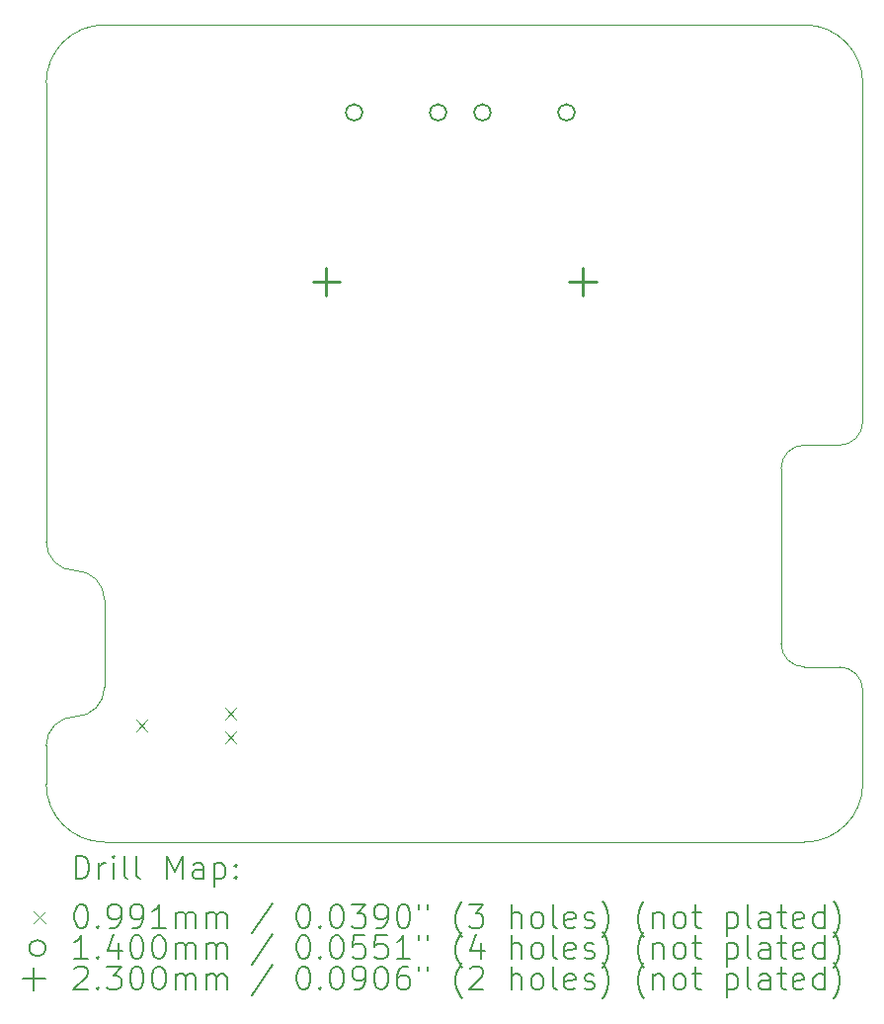
<source format=gbr>
%TF.GenerationSoftware,KiCad,Pcbnew,(6.0.10)*%
%TF.CreationDate,2023-01-06T19:14:35-08:00*%
%TF.ProjectId,ai-camera,61692d63-616d-4657-9261-2e6b69636164,rev?*%
%TF.SameCoordinates,PX5f5e100PY2faf080*%
%TF.FileFunction,Drillmap*%
%TF.FilePolarity,Positive*%
%FSLAX45Y45*%
G04 Gerber Fmt 4.5, Leading zero omitted, Abs format (unit mm)*
G04 Created by KiCad (PCBNEW (6.0.10)) date 2023-01-06 19:14:35*
%MOMM*%
%LPD*%
G01*
G04 APERTURE LIST*
%ADD10C,0.100000*%
%ADD11C,0.200000*%
%ADD12C,0.099060*%
%ADD13C,0.140000*%
%ADD14C,0.230000*%
G04 APERTURE END LIST*
D10*
X6500000Y0D02*
G75*
G03*
X6000000Y500000I-500000J0D01*
G01*
X-500000Y-3925000D02*
G75*
G03*
X-250000Y-4175000I250000J0D01*
G01*
X6500000Y-5200000D02*
X6500000Y-6000000D01*
X0Y500000D02*
X6000000Y500000D01*
X5800000Y-4800000D02*
G75*
G03*
X6000000Y-5000000I200000J0D01*
G01*
X-250000Y-5425000D02*
G75*
G03*
X-500000Y-5675000I0J-250000D01*
G01*
X6300000Y-3100000D02*
X6000000Y-3100000D01*
X0Y500000D02*
G75*
G03*
X-500000Y0I0J-500000D01*
G01*
X6500000Y-5200000D02*
G75*
G03*
X6300000Y-5000000I-200000J0D01*
G01*
X-500000Y-3925000D02*
X-500000Y0D01*
X0Y-4425000D02*
G75*
G03*
X-250000Y-4175000I-250000J0D01*
G01*
X6000000Y-3100000D02*
G75*
G03*
X5800000Y-3300000I0J-200000D01*
G01*
X6000000Y-5000000D02*
X6300000Y-5000000D01*
X6000000Y-6500000D02*
G75*
G03*
X6500000Y-6000000I0J500000D01*
G01*
X0Y-5175000D02*
X0Y-4425000D01*
X-500000Y-5675000D02*
X-500000Y-6000000D01*
X6500000Y0D02*
X6500000Y-2900000D01*
X-500000Y-6000000D02*
G75*
G03*
X0Y-6500000I500000J0D01*
G01*
X6000000Y-6500000D02*
X0Y-6500000D01*
X-250000Y-5425000D02*
G75*
G03*
X0Y-5175000I0J250000D01*
G01*
X6300000Y-3100000D02*
G75*
G03*
X6500000Y-2900000I0J200000D01*
G01*
X5800000Y-3300000D02*
X5800000Y-4800000D01*
D11*
D12*
X269470Y-5450470D02*
X368530Y-5549530D01*
X368530Y-5450470D02*
X269470Y-5549530D01*
X1031470Y-5348870D02*
X1130530Y-5447930D01*
X1130530Y-5348870D02*
X1031470Y-5447930D01*
X1031470Y-5552070D02*
X1130530Y-5651130D01*
X1130530Y-5552070D02*
X1031470Y-5651130D01*
D13*
X2210000Y-250000D02*
G75*
G03*
X2210000Y-250000I-70000J0D01*
G01*
X2930000Y-250000D02*
G75*
G03*
X2930000Y-250000I-70000J0D01*
G01*
X3310000Y-250000D02*
G75*
G03*
X3310000Y-250000I-70000J0D01*
G01*
X4030000Y-250000D02*
G75*
G03*
X4030000Y-250000I-70000J0D01*
G01*
D14*
X1900000Y-1585000D02*
X1900000Y-1815000D01*
X1785000Y-1700000D02*
X2015000Y-1700000D01*
X4100000Y-1585000D02*
X4100000Y-1815000D01*
X3985000Y-1700000D02*
X4215000Y-1700000D01*
D11*
X-247381Y-6815476D02*
X-247381Y-6615476D01*
X-199762Y-6615476D01*
X-171191Y-6625000D01*
X-152143Y-6644048D01*
X-142619Y-6663095D01*
X-133095Y-6701190D01*
X-133095Y-6729762D01*
X-142619Y-6767857D01*
X-152143Y-6786905D01*
X-171191Y-6805952D01*
X-199762Y-6815476D01*
X-247381Y-6815476D01*
X-47381Y-6815476D02*
X-47381Y-6682143D01*
X-47381Y-6720238D02*
X-37857Y-6701190D01*
X-28333Y-6691667D01*
X-9286Y-6682143D01*
X9762Y-6682143D01*
X76429Y-6815476D02*
X76429Y-6682143D01*
X76429Y-6615476D02*
X66905Y-6625000D01*
X76429Y-6634524D01*
X85952Y-6625000D01*
X76429Y-6615476D01*
X76429Y-6634524D01*
X200238Y-6815476D02*
X181190Y-6805952D01*
X171667Y-6786905D01*
X171667Y-6615476D01*
X305000Y-6815476D02*
X285952Y-6805952D01*
X276429Y-6786905D01*
X276429Y-6615476D01*
X533571Y-6815476D02*
X533571Y-6615476D01*
X600238Y-6758333D01*
X666905Y-6615476D01*
X666905Y-6815476D01*
X847857Y-6815476D02*
X847857Y-6710714D01*
X838333Y-6691667D01*
X819286Y-6682143D01*
X781190Y-6682143D01*
X762143Y-6691667D01*
X847857Y-6805952D02*
X828809Y-6815476D01*
X781190Y-6815476D01*
X762143Y-6805952D01*
X752619Y-6786905D01*
X752619Y-6767857D01*
X762143Y-6748809D01*
X781190Y-6739286D01*
X828809Y-6739286D01*
X847857Y-6729762D01*
X943095Y-6682143D02*
X943095Y-6882143D01*
X943095Y-6691667D02*
X962143Y-6682143D01*
X1000238Y-6682143D01*
X1019286Y-6691667D01*
X1028809Y-6701190D01*
X1038333Y-6720238D01*
X1038333Y-6777381D01*
X1028809Y-6796428D01*
X1019286Y-6805952D01*
X1000238Y-6815476D01*
X962143Y-6815476D01*
X943095Y-6805952D01*
X1124048Y-6796428D02*
X1133571Y-6805952D01*
X1124048Y-6815476D01*
X1114524Y-6805952D01*
X1124048Y-6796428D01*
X1124048Y-6815476D01*
X1124048Y-6691667D02*
X1133571Y-6701190D01*
X1124048Y-6710714D01*
X1114524Y-6701190D01*
X1124048Y-6691667D01*
X1124048Y-6710714D01*
D12*
X-604060Y-7095470D02*
X-505000Y-7194530D01*
X-505000Y-7095470D02*
X-604060Y-7194530D01*
D11*
X-209286Y-7035476D02*
X-190238Y-7035476D01*
X-171191Y-7045000D01*
X-161667Y-7054524D01*
X-152143Y-7073571D01*
X-142619Y-7111667D01*
X-142619Y-7159286D01*
X-152143Y-7197381D01*
X-161667Y-7216428D01*
X-171191Y-7225952D01*
X-190238Y-7235476D01*
X-209286Y-7235476D01*
X-228333Y-7225952D01*
X-237857Y-7216428D01*
X-247381Y-7197381D01*
X-256905Y-7159286D01*
X-256905Y-7111667D01*
X-247381Y-7073571D01*
X-237857Y-7054524D01*
X-228333Y-7045000D01*
X-209286Y-7035476D01*
X-56905Y-7216428D02*
X-47381Y-7225952D01*
X-56905Y-7235476D01*
X-66429Y-7225952D01*
X-56905Y-7216428D01*
X-56905Y-7235476D01*
X47857Y-7235476D02*
X85952Y-7235476D01*
X105000Y-7225952D01*
X114524Y-7216428D01*
X133571Y-7187857D01*
X143095Y-7149762D01*
X143095Y-7073571D01*
X133571Y-7054524D01*
X124048Y-7045000D01*
X105000Y-7035476D01*
X66905Y-7035476D01*
X47857Y-7045000D01*
X38333Y-7054524D01*
X28809Y-7073571D01*
X28809Y-7121190D01*
X38333Y-7140238D01*
X47857Y-7149762D01*
X66905Y-7159286D01*
X105000Y-7159286D01*
X124048Y-7149762D01*
X133571Y-7140238D01*
X143095Y-7121190D01*
X238333Y-7235476D02*
X276429Y-7235476D01*
X295476Y-7225952D01*
X305000Y-7216428D01*
X324048Y-7187857D01*
X333571Y-7149762D01*
X333571Y-7073571D01*
X324048Y-7054524D01*
X314524Y-7045000D01*
X295476Y-7035476D01*
X257381Y-7035476D01*
X238333Y-7045000D01*
X228809Y-7054524D01*
X219286Y-7073571D01*
X219286Y-7121190D01*
X228809Y-7140238D01*
X238333Y-7149762D01*
X257381Y-7159286D01*
X295476Y-7159286D01*
X314524Y-7149762D01*
X324048Y-7140238D01*
X333571Y-7121190D01*
X524048Y-7235476D02*
X409762Y-7235476D01*
X466905Y-7235476D02*
X466905Y-7035476D01*
X447857Y-7064048D01*
X428809Y-7083095D01*
X409762Y-7092619D01*
X609762Y-7235476D02*
X609762Y-7102143D01*
X609762Y-7121190D02*
X619286Y-7111667D01*
X638333Y-7102143D01*
X666905Y-7102143D01*
X685952Y-7111667D01*
X695476Y-7130714D01*
X695476Y-7235476D01*
X695476Y-7130714D02*
X705000Y-7111667D01*
X724048Y-7102143D01*
X752619Y-7102143D01*
X771667Y-7111667D01*
X781190Y-7130714D01*
X781190Y-7235476D01*
X876428Y-7235476D02*
X876428Y-7102143D01*
X876428Y-7121190D02*
X885952Y-7111667D01*
X905000Y-7102143D01*
X933571Y-7102143D01*
X952619Y-7111667D01*
X962143Y-7130714D01*
X962143Y-7235476D01*
X962143Y-7130714D02*
X971667Y-7111667D01*
X990714Y-7102143D01*
X1019286Y-7102143D01*
X1038333Y-7111667D01*
X1047857Y-7130714D01*
X1047857Y-7235476D01*
X1438333Y-7025952D02*
X1266905Y-7283095D01*
X1695476Y-7035476D02*
X1714524Y-7035476D01*
X1733571Y-7045000D01*
X1743095Y-7054524D01*
X1752619Y-7073571D01*
X1762143Y-7111667D01*
X1762143Y-7159286D01*
X1752619Y-7197381D01*
X1743095Y-7216428D01*
X1733571Y-7225952D01*
X1714524Y-7235476D01*
X1695476Y-7235476D01*
X1676428Y-7225952D01*
X1666905Y-7216428D01*
X1657381Y-7197381D01*
X1647857Y-7159286D01*
X1647857Y-7111667D01*
X1657381Y-7073571D01*
X1666905Y-7054524D01*
X1676428Y-7045000D01*
X1695476Y-7035476D01*
X1847857Y-7216428D02*
X1857381Y-7225952D01*
X1847857Y-7235476D01*
X1838333Y-7225952D01*
X1847857Y-7216428D01*
X1847857Y-7235476D01*
X1981190Y-7035476D02*
X2000238Y-7035476D01*
X2019286Y-7045000D01*
X2028809Y-7054524D01*
X2038333Y-7073571D01*
X2047857Y-7111667D01*
X2047857Y-7159286D01*
X2038333Y-7197381D01*
X2028809Y-7216428D01*
X2019286Y-7225952D01*
X2000238Y-7235476D01*
X1981190Y-7235476D01*
X1962143Y-7225952D01*
X1952619Y-7216428D01*
X1943095Y-7197381D01*
X1933571Y-7159286D01*
X1933571Y-7111667D01*
X1943095Y-7073571D01*
X1952619Y-7054524D01*
X1962143Y-7045000D01*
X1981190Y-7035476D01*
X2114524Y-7035476D02*
X2238333Y-7035476D01*
X2171667Y-7111667D01*
X2200238Y-7111667D01*
X2219286Y-7121190D01*
X2228810Y-7130714D01*
X2238333Y-7149762D01*
X2238333Y-7197381D01*
X2228810Y-7216428D01*
X2219286Y-7225952D01*
X2200238Y-7235476D01*
X2143095Y-7235476D01*
X2124048Y-7225952D01*
X2114524Y-7216428D01*
X2333571Y-7235476D02*
X2371667Y-7235476D01*
X2390714Y-7225952D01*
X2400238Y-7216428D01*
X2419286Y-7187857D01*
X2428810Y-7149762D01*
X2428810Y-7073571D01*
X2419286Y-7054524D01*
X2409762Y-7045000D01*
X2390714Y-7035476D01*
X2352619Y-7035476D01*
X2333571Y-7045000D01*
X2324048Y-7054524D01*
X2314524Y-7073571D01*
X2314524Y-7121190D01*
X2324048Y-7140238D01*
X2333571Y-7149762D01*
X2352619Y-7159286D01*
X2390714Y-7159286D01*
X2409762Y-7149762D01*
X2419286Y-7140238D01*
X2428810Y-7121190D01*
X2552619Y-7035476D02*
X2571667Y-7035476D01*
X2590714Y-7045000D01*
X2600238Y-7054524D01*
X2609762Y-7073571D01*
X2619286Y-7111667D01*
X2619286Y-7159286D01*
X2609762Y-7197381D01*
X2600238Y-7216428D01*
X2590714Y-7225952D01*
X2571667Y-7235476D01*
X2552619Y-7235476D01*
X2533571Y-7225952D01*
X2524048Y-7216428D01*
X2514524Y-7197381D01*
X2505000Y-7159286D01*
X2505000Y-7111667D01*
X2514524Y-7073571D01*
X2524048Y-7054524D01*
X2533571Y-7045000D01*
X2552619Y-7035476D01*
X2695476Y-7035476D02*
X2695476Y-7073571D01*
X2771667Y-7035476D02*
X2771667Y-7073571D01*
X3066905Y-7311667D02*
X3057381Y-7302143D01*
X3038333Y-7273571D01*
X3028809Y-7254524D01*
X3019286Y-7225952D01*
X3009762Y-7178333D01*
X3009762Y-7140238D01*
X3019286Y-7092619D01*
X3028809Y-7064048D01*
X3038333Y-7045000D01*
X3057381Y-7016428D01*
X3066905Y-7006905D01*
X3124048Y-7035476D02*
X3247857Y-7035476D01*
X3181190Y-7111667D01*
X3209762Y-7111667D01*
X3228809Y-7121190D01*
X3238333Y-7130714D01*
X3247857Y-7149762D01*
X3247857Y-7197381D01*
X3238333Y-7216428D01*
X3228809Y-7225952D01*
X3209762Y-7235476D01*
X3152619Y-7235476D01*
X3133571Y-7225952D01*
X3124048Y-7216428D01*
X3485952Y-7235476D02*
X3485952Y-7035476D01*
X3571667Y-7235476D02*
X3571667Y-7130714D01*
X3562143Y-7111667D01*
X3543095Y-7102143D01*
X3514524Y-7102143D01*
X3495476Y-7111667D01*
X3485952Y-7121190D01*
X3695476Y-7235476D02*
X3676428Y-7225952D01*
X3666905Y-7216428D01*
X3657381Y-7197381D01*
X3657381Y-7140238D01*
X3666905Y-7121190D01*
X3676428Y-7111667D01*
X3695476Y-7102143D01*
X3724048Y-7102143D01*
X3743095Y-7111667D01*
X3752619Y-7121190D01*
X3762143Y-7140238D01*
X3762143Y-7197381D01*
X3752619Y-7216428D01*
X3743095Y-7225952D01*
X3724048Y-7235476D01*
X3695476Y-7235476D01*
X3876428Y-7235476D02*
X3857381Y-7225952D01*
X3847857Y-7206905D01*
X3847857Y-7035476D01*
X4028809Y-7225952D02*
X4009762Y-7235476D01*
X3971667Y-7235476D01*
X3952619Y-7225952D01*
X3943095Y-7206905D01*
X3943095Y-7130714D01*
X3952619Y-7111667D01*
X3971667Y-7102143D01*
X4009762Y-7102143D01*
X4028809Y-7111667D01*
X4038333Y-7130714D01*
X4038333Y-7149762D01*
X3943095Y-7168809D01*
X4114524Y-7225952D02*
X4133571Y-7235476D01*
X4171667Y-7235476D01*
X4190714Y-7225952D01*
X4200238Y-7206905D01*
X4200238Y-7197381D01*
X4190714Y-7178333D01*
X4171667Y-7168809D01*
X4143095Y-7168809D01*
X4124048Y-7159286D01*
X4114524Y-7140238D01*
X4114524Y-7130714D01*
X4124048Y-7111667D01*
X4143095Y-7102143D01*
X4171667Y-7102143D01*
X4190714Y-7111667D01*
X4266905Y-7311667D02*
X4276429Y-7302143D01*
X4295476Y-7273571D01*
X4305000Y-7254524D01*
X4314524Y-7225952D01*
X4324048Y-7178333D01*
X4324048Y-7140238D01*
X4314524Y-7092619D01*
X4305000Y-7064048D01*
X4295476Y-7045000D01*
X4276429Y-7016428D01*
X4266905Y-7006905D01*
X4628810Y-7311667D02*
X4619286Y-7302143D01*
X4600238Y-7273571D01*
X4590714Y-7254524D01*
X4581190Y-7225952D01*
X4571667Y-7178333D01*
X4571667Y-7140238D01*
X4581190Y-7092619D01*
X4590714Y-7064048D01*
X4600238Y-7045000D01*
X4619286Y-7016428D01*
X4628810Y-7006905D01*
X4705000Y-7102143D02*
X4705000Y-7235476D01*
X4705000Y-7121190D02*
X4714524Y-7111667D01*
X4733571Y-7102143D01*
X4762143Y-7102143D01*
X4781190Y-7111667D01*
X4790714Y-7130714D01*
X4790714Y-7235476D01*
X4914524Y-7235476D02*
X4895476Y-7225952D01*
X4885952Y-7216428D01*
X4876429Y-7197381D01*
X4876429Y-7140238D01*
X4885952Y-7121190D01*
X4895476Y-7111667D01*
X4914524Y-7102143D01*
X4943095Y-7102143D01*
X4962143Y-7111667D01*
X4971667Y-7121190D01*
X4981190Y-7140238D01*
X4981190Y-7197381D01*
X4971667Y-7216428D01*
X4962143Y-7225952D01*
X4943095Y-7235476D01*
X4914524Y-7235476D01*
X5038333Y-7102143D02*
X5114524Y-7102143D01*
X5066905Y-7035476D02*
X5066905Y-7206905D01*
X5076429Y-7225952D01*
X5095476Y-7235476D01*
X5114524Y-7235476D01*
X5333571Y-7102143D02*
X5333571Y-7302143D01*
X5333571Y-7111667D02*
X5352619Y-7102143D01*
X5390714Y-7102143D01*
X5409762Y-7111667D01*
X5419286Y-7121190D01*
X5428810Y-7140238D01*
X5428810Y-7197381D01*
X5419286Y-7216428D01*
X5409762Y-7225952D01*
X5390714Y-7235476D01*
X5352619Y-7235476D01*
X5333571Y-7225952D01*
X5543095Y-7235476D02*
X5524048Y-7225952D01*
X5514524Y-7206905D01*
X5514524Y-7035476D01*
X5705000Y-7235476D02*
X5705000Y-7130714D01*
X5695476Y-7111667D01*
X5676428Y-7102143D01*
X5638333Y-7102143D01*
X5619286Y-7111667D01*
X5705000Y-7225952D02*
X5685952Y-7235476D01*
X5638333Y-7235476D01*
X5619286Y-7225952D01*
X5609762Y-7206905D01*
X5609762Y-7187857D01*
X5619286Y-7168809D01*
X5638333Y-7159286D01*
X5685952Y-7159286D01*
X5705000Y-7149762D01*
X5771667Y-7102143D02*
X5847857Y-7102143D01*
X5800238Y-7035476D02*
X5800238Y-7206905D01*
X5809762Y-7225952D01*
X5828809Y-7235476D01*
X5847857Y-7235476D01*
X5990714Y-7225952D02*
X5971667Y-7235476D01*
X5933571Y-7235476D01*
X5914524Y-7225952D01*
X5905000Y-7206905D01*
X5905000Y-7130714D01*
X5914524Y-7111667D01*
X5933571Y-7102143D01*
X5971667Y-7102143D01*
X5990714Y-7111667D01*
X6000238Y-7130714D01*
X6000238Y-7149762D01*
X5905000Y-7168809D01*
X6171667Y-7235476D02*
X6171667Y-7035476D01*
X6171667Y-7225952D02*
X6152619Y-7235476D01*
X6114524Y-7235476D01*
X6095476Y-7225952D01*
X6085952Y-7216428D01*
X6076428Y-7197381D01*
X6076428Y-7140238D01*
X6085952Y-7121190D01*
X6095476Y-7111667D01*
X6114524Y-7102143D01*
X6152619Y-7102143D01*
X6171667Y-7111667D01*
X6247857Y-7311667D02*
X6257381Y-7302143D01*
X6276428Y-7273571D01*
X6285952Y-7254524D01*
X6295476Y-7225952D01*
X6305000Y-7178333D01*
X6305000Y-7140238D01*
X6295476Y-7092619D01*
X6285952Y-7064048D01*
X6276428Y-7045000D01*
X6257381Y-7016428D01*
X6247857Y-7006905D01*
D13*
X-505000Y-7409000D02*
G75*
G03*
X-505000Y-7409000I-70000J0D01*
G01*
D11*
X-142619Y-7499476D02*
X-256905Y-7499476D01*
X-199762Y-7499476D02*
X-199762Y-7299476D01*
X-218810Y-7328048D01*
X-237857Y-7347095D01*
X-256905Y-7356619D01*
X-56905Y-7480428D02*
X-47381Y-7489952D01*
X-56905Y-7499476D01*
X-66429Y-7489952D01*
X-56905Y-7480428D01*
X-56905Y-7499476D01*
X124048Y-7366143D02*
X124048Y-7499476D01*
X76429Y-7289952D02*
X28809Y-7432809D01*
X152619Y-7432809D01*
X266905Y-7299476D02*
X285952Y-7299476D01*
X305000Y-7309000D01*
X314524Y-7318524D01*
X324048Y-7337571D01*
X333571Y-7375667D01*
X333571Y-7423286D01*
X324048Y-7461381D01*
X314524Y-7480428D01*
X305000Y-7489952D01*
X285952Y-7499476D01*
X266905Y-7499476D01*
X247857Y-7489952D01*
X238333Y-7480428D01*
X228809Y-7461381D01*
X219286Y-7423286D01*
X219286Y-7375667D01*
X228809Y-7337571D01*
X238333Y-7318524D01*
X247857Y-7309000D01*
X266905Y-7299476D01*
X457381Y-7299476D02*
X476428Y-7299476D01*
X495476Y-7309000D01*
X505000Y-7318524D01*
X514524Y-7337571D01*
X524048Y-7375667D01*
X524048Y-7423286D01*
X514524Y-7461381D01*
X505000Y-7480428D01*
X495476Y-7489952D01*
X476428Y-7499476D01*
X457381Y-7499476D01*
X438333Y-7489952D01*
X428809Y-7480428D01*
X419286Y-7461381D01*
X409762Y-7423286D01*
X409762Y-7375667D01*
X419286Y-7337571D01*
X428809Y-7318524D01*
X438333Y-7309000D01*
X457381Y-7299476D01*
X609762Y-7499476D02*
X609762Y-7366143D01*
X609762Y-7385190D02*
X619286Y-7375667D01*
X638333Y-7366143D01*
X666905Y-7366143D01*
X685952Y-7375667D01*
X695476Y-7394714D01*
X695476Y-7499476D01*
X695476Y-7394714D02*
X705000Y-7375667D01*
X724048Y-7366143D01*
X752619Y-7366143D01*
X771667Y-7375667D01*
X781190Y-7394714D01*
X781190Y-7499476D01*
X876428Y-7499476D02*
X876428Y-7366143D01*
X876428Y-7385190D02*
X885952Y-7375667D01*
X905000Y-7366143D01*
X933571Y-7366143D01*
X952619Y-7375667D01*
X962143Y-7394714D01*
X962143Y-7499476D01*
X962143Y-7394714D02*
X971667Y-7375667D01*
X990714Y-7366143D01*
X1019286Y-7366143D01*
X1038333Y-7375667D01*
X1047857Y-7394714D01*
X1047857Y-7499476D01*
X1438333Y-7289952D02*
X1266905Y-7547095D01*
X1695476Y-7299476D02*
X1714524Y-7299476D01*
X1733571Y-7309000D01*
X1743095Y-7318524D01*
X1752619Y-7337571D01*
X1762143Y-7375667D01*
X1762143Y-7423286D01*
X1752619Y-7461381D01*
X1743095Y-7480428D01*
X1733571Y-7489952D01*
X1714524Y-7499476D01*
X1695476Y-7499476D01*
X1676428Y-7489952D01*
X1666905Y-7480428D01*
X1657381Y-7461381D01*
X1647857Y-7423286D01*
X1647857Y-7375667D01*
X1657381Y-7337571D01*
X1666905Y-7318524D01*
X1676428Y-7309000D01*
X1695476Y-7299476D01*
X1847857Y-7480428D02*
X1857381Y-7489952D01*
X1847857Y-7499476D01*
X1838333Y-7489952D01*
X1847857Y-7480428D01*
X1847857Y-7499476D01*
X1981190Y-7299476D02*
X2000238Y-7299476D01*
X2019286Y-7309000D01*
X2028809Y-7318524D01*
X2038333Y-7337571D01*
X2047857Y-7375667D01*
X2047857Y-7423286D01*
X2038333Y-7461381D01*
X2028809Y-7480428D01*
X2019286Y-7489952D01*
X2000238Y-7499476D01*
X1981190Y-7499476D01*
X1962143Y-7489952D01*
X1952619Y-7480428D01*
X1943095Y-7461381D01*
X1933571Y-7423286D01*
X1933571Y-7375667D01*
X1943095Y-7337571D01*
X1952619Y-7318524D01*
X1962143Y-7309000D01*
X1981190Y-7299476D01*
X2228810Y-7299476D02*
X2133571Y-7299476D01*
X2124048Y-7394714D01*
X2133571Y-7385190D01*
X2152619Y-7375667D01*
X2200238Y-7375667D01*
X2219286Y-7385190D01*
X2228810Y-7394714D01*
X2238333Y-7413762D01*
X2238333Y-7461381D01*
X2228810Y-7480428D01*
X2219286Y-7489952D01*
X2200238Y-7499476D01*
X2152619Y-7499476D01*
X2133571Y-7489952D01*
X2124048Y-7480428D01*
X2419286Y-7299476D02*
X2324048Y-7299476D01*
X2314524Y-7394714D01*
X2324048Y-7385190D01*
X2343095Y-7375667D01*
X2390714Y-7375667D01*
X2409762Y-7385190D01*
X2419286Y-7394714D01*
X2428810Y-7413762D01*
X2428810Y-7461381D01*
X2419286Y-7480428D01*
X2409762Y-7489952D01*
X2390714Y-7499476D01*
X2343095Y-7499476D01*
X2324048Y-7489952D01*
X2314524Y-7480428D01*
X2619286Y-7499476D02*
X2505000Y-7499476D01*
X2562143Y-7499476D02*
X2562143Y-7299476D01*
X2543095Y-7328048D01*
X2524048Y-7347095D01*
X2505000Y-7356619D01*
X2695476Y-7299476D02*
X2695476Y-7337571D01*
X2771667Y-7299476D02*
X2771667Y-7337571D01*
X3066905Y-7575667D02*
X3057381Y-7566143D01*
X3038333Y-7537571D01*
X3028809Y-7518524D01*
X3019286Y-7489952D01*
X3009762Y-7442333D01*
X3009762Y-7404238D01*
X3019286Y-7356619D01*
X3028809Y-7328048D01*
X3038333Y-7309000D01*
X3057381Y-7280428D01*
X3066905Y-7270905D01*
X3228809Y-7366143D02*
X3228809Y-7499476D01*
X3181190Y-7289952D02*
X3133571Y-7432809D01*
X3257381Y-7432809D01*
X3485952Y-7499476D02*
X3485952Y-7299476D01*
X3571667Y-7499476D02*
X3571667Y-7394714D01*
X3562143Y-7375667D01*
X3543095Y-7366143D01*
X3514524Y-7366143D01*
X3495476Y-7375667D01*
X3485952Y-7385190D01*
X3695476Y-7499476D02*
X3676428Y-7489952D01*
X3666905Y-7480428D01*
X3657381Y-7461381D01*
X3657381Y-7404238D01*
X3666905Y-7385190D01*
X3676428Y-7375667D01*
X3695476Y-7366143D01*
X3724048Y-7366143D01*
X3743095Y-7375667D01*
X3752619Y-7385190D01*
X3762143Y-7404238D01*
X3762143Y-7461381D01*
X3752619Y-7480428D01*
X3743095Y-7489952D01*
X3724048Y-7499476D01*
X3695476Y-7499476D01*
X3876428Y-7499476D02*
X3857381Y-7489952D01*
X3847857Y-7470905D01*
X3847857Y-7299476D01*
X4028809Y-7489952D02*
X4009762Y-7499476D01*
X3971667Y-7499476D01*
X3952619Y-7489952D01*
X3943095Y-7470905D01*
X3943095Y-7394714D01*
X3952619Y-7375667D01*
X3971667Y-7366143D01*
X4009762Y-7366143D01*
X4028809Y-7375667D01*
X4038333Y-7394714D01*
X4038333Y-7413762D01*
X3943095Y-7432809D01*
X4114524Y-7489952D02*
X4133571Y-7499476D01*
X4171667Y-7499476D01*
X4190714Y-7489952D01*
X4200238Y-7470905D01*
X4200238Y-7461381D01*
X4190714Y-7442333D01*
X4171667Y-7432809D01*
X4143095Y-7432809D01*
X4124048Y-7423286D01*
X4114524Y-7404238D01*
X4114524Y-7394714D01*
X4124048Y-7375667D01*
X4143095Y-7366143D01*
X4171667Y-7366143D01*
X4190714Y-7375667D01*
X4266905Y-7575667D02*
X4276429Y-7566143D01*
X4295476Y-7537571D01*
X4305000Y-7518524D01*
X4314524Y-7489952D01*
X4324048Y-7442333D01*
X4324048Y-7404238D01*
X4314524Y-7356619D01*
X4305000Y-7328048D01*
X4295476Y-7309000D01*
X4276429Y-7280428D01*
X4266905Y-7270905D01*
X4628810Y-7575667D02*
X4619286Y-7566143D01*
X4600238Y-7537571D01*
X4590714Y-7518524D01*
X4581190Y-7489952D01*
X4571667Y-7442333D01*
X4571667Y-7404238D01*
X4581190Y-7356619D01*
X4590714Y-7328048D01*
X4600238Y-7309000D01*
X4619286Y-7280428D01*
X4628810Y-7270905D01*
X4705000Y-7366143D02*
X4705000Y-7499476D01*
X4705000Y-7385190D02*
X4714524Y-7375667D01*
X4733571Y-7366143D01*
X4762143Y-7366143D01*
X4781190Y-7375667D01*
X4790714Y-7394714D01*
X4790714Y-7499476D01*
X4914524Y-7499476D02*
X4895476Y-7489952D01*
X4885952Y-7480428D01*
X4876429Y-7461381D01*
X4876429Y-7404238D01*
X4885952Y-7385190D01*
X4895476Y-7375667D01*
X4914524Y-7366143D01*
X4943095Y-7366143D01*
X4962143Y-7375667D01*
X4971667Y-7385190D01*
X4981190Y-7404238D01*
X4981190Y-7461381D01*
X4971667Y-7480428D01*
X4962143Y-7489952D01*
X4943095Y-7499476D01*
X4914524Y-7499476D01*
X5038333Y-7366143D02*
X5114524Y-7366143D01*
X5066905Y-7299476D02*
X5066905Y-7470905D01*
X5076429Y-7489952D01*
X5095476Y-7499476D01*
X5114524Y-7499476D01*
X5333571Y-7366143D02*
X5333571Y-7566143D01*
X5333571Y-7375667D02*
X5352619Y-7366143D01*
X5390714Y-7366143D01*
X5409762Y-7375667D01*
X5419286Y-7385190D01*
X5428810Y-7404238D01*
X5428810Y-7461381D01*
X5419286Y-7480428D01*
X5409762Y-7489952D01*
X5390714Y-7499476D01*
X5352619Y-7499476D01*
X5333571Y-7489952D01*
X5543095Y-7499476D02*
X5524048Y-7489952D01*
X5514524Y-7470905D01*
X5514524Y-7299476D01*
X5705000Y-7499476D02*
X5705000Y-7394714D01*
X5695476Y-7375667D01*
X5676428Y-7366143D01*
X5638333Y-7366143D01*
X5619286Y-7375667D01*
X5705000Y-7489952D02*
X5685952Y-7499476D01*
X5638333Y-7499476D01*
X5619286Y-7489952D01*
X5609762Y-7470905D01*
X5609762Y-7451857D01*
X5619286Y-7432809D01*
X5638333Y-7423286D01*
X5685952Y-7423286D01*
X5705000Y-7413762D01*
X5771667Y-7366143D02*
X5847857Y-7366143D01*
X5800238Y-7299476D02*
X5800238Y-7470905D01*
X5809762Y-7489952D01*
X5828809Y-7499476D01*
X5847857Y-7499476D01*
X5990714Y-7489952D02*
X5971667Y-7499476D01*
X5933571Y-7499476D01*
X5914524Y-7489952D01*
X5905000Y-7470905D01*
X5905000Y-7394714D01*
X5914524Y-7375667D01*
X5933571Y-7366143D01*
X5971667Y-7366143D01*
X5990714Y-7375667D01*
X6000238Y-7394714D01*
X6000238Y-7413762D01*
X5905000Y-7432809D01*
X6171667Y-7499476D02*
X6171667Y-7299476D01*
X6171667Y-7489952D02*
X6152619Y-7499476D01*
X6114524Y-7499476D01*
X6095476Y-7489952D01*
X6085952Y-7480428D01*
X6076428Y-7461381D01*
X6076428Y-7404238D01*
X6085952Y-7385190D01*
X6095476Y-7375667D01*
X6114524Y-7366143D01*
X6152619Y-7366143D01*
X6171667Y-7375667D01*
X6247857Y-7575667D02*
X6257381Y-7566143D01*
X6276428Y-7537571D01*
X6285952Y-7518524D01*
X6295476Y-7489952D01*
X6305000Y-7442333D01*
X6305000Y-7404238D01*
X6295476Y-7356619D01*
X6285952Y-7328048D01*
X6276428Y-7309000D01*
X6257381Y-7280428D01*
X6247857Y-7270905D01*
X-605000Y-7573000D02*
X-605000Y-7773000D01*
X-705000Y-7673000D02*
X-505000Y-7673000D01*
X-256905Y-7582524D02*
X-247381Y-7573000D01*
X-228333Y-7563476D01*
X-180714Y-7563476D01*
X-161667Y-7573000D01*
X-152143Y-7582524D01*
X-142619Y-7601571D01*
X-142619Y-7620619D01*
X-152143Y-7649190D01*
X-266429Y-7763476D01*
X-142619Y-7763476D01*
X-56905Y-7744428D02*
X-47381Y-7753952D01*
X-56905Y-7763476D01*
X-66429Y-7753952D01*
X-56905Y-7744428D01*
X-56905Y-7763476D01*
X19286Y-7563476D02*
X143095Y-7563476D01*
X76429Y-7639667D01*
X105000Y-7639667D01*
X124048Y-7649190D01*
X133571Y-7658714D01*
X143095Y-7677762D01*
X143095Y-7725381D01*
X133571Y-7744428D01*
X124048Y-7753952D01*
X105000Y-7763476D01*
X47857Y-7763476D01*
X28809Y-7753952D01*
X19286Y-7744428D01*
X266905Y-7563476D02*
X285952Y-7563476D01*
X305000Y-7573000D01*
X314524Y-7582524D01*
X324048Y-7601571D01*
X333571Y-7639667D01*
X333571Y-7687286D01*
X324048Y-7725381D01*
X314524Y-7744428D01*
X305000Y-7753952D01*
X285952Y-7763476D01*
X266905Y-7763476D01*
X247857Y-7753952D01*
X238333Y-7744428D01*
X228809Y-7725381D01*
X219286Y-7687286D01*
X219286Y-7639667D01*
X228809Y-7601571D01*
X238333Y-7582524D01*
X247857Y-7573000D01*
X266905Y-7563476D01*
X457381Y-7563476D02*
X476428Y-7563476D01*
X495476Y-7573000D01*
X505000Y-7582524D01*
X514524Y-7601571D01*
X524048Y-7639667D01*
X524048Y-7687286D01*
X514524Y-7725381D01*
X505000Y-7744428D01*
X495476Y-7753952D01*
X476428Y-7763476D01*
X457381Y-7763476D01*
X438333Y-7753952D01*
X428809Y-7744428D01*
X419286Y-7725381D01*
X409762Y-7687286D01*
X409762Y-7639667D01*
X419286Y-7601571D01*
X428809Y-7582524D01*
X438333Y-7573000D01*
X457381Y-7563476D01*
X609762Y-7763476D02*
X609762Y-7630143D01*
X609762Y-7649190D02*
X619286Y-7639667D01*
X638333Y-7630143D01*
X666905Y-7630143D01*
X685952Y-7639667D01*
X695476Y-7658714D01*
X695476Y-7763476D01*
X695476Y-7658714D02*
X705000Y-7639667D01*
X724048Y-7630143D01*
X752619Y-7630143D01*
X771667Y-7639667D01*
X781190Y-7658714D01*
X781190Y-7763476D01*
X876428Y-7763476D02*
X876428Y-7630143D01*
X876428Y-7649190D02*
X885952Y-7639667D01*
X905000Y-7630143D01*
X933571Y-7630143D01*
X952619Y-7639667D01*
X962143Y-7658714D01*
X962143Y-7763476D01*
X962143Y-7658714D02*
X971667Y-7639667D01*
X990714Y-7630143D01*
X1019286Y-7630143D01*
X1038333Y-7639667D01*
X1047857Y-7658714D01*
X1047857Y-7763476D01*
X1438333Y-7553952D02*
X1266905Y-7811095D01*
X1695476Y-7563476D02*
X1714524Y-7563476D01*
X1733571Y-7573000D01*
X1743095Y-7582524D01*
X1752619Y-7601571D01*
X1762143Y-7639667D01*
X1762143Y-7687286D01*
X1752619Y-7725381D01*
X1743095Y-7744428D01*
X1733571Y-7753952D01*
X1714524Y-7763476D01*
X1695476Y-7763476D01*
X1676428Y-7753952D01*
X1666905Y-7744428D01*
X1657381Y-7725381D01*
X1647857Y-7687286D01*
X1647857Y-7639667D01*
X1657381Y-7601571D01*
X1666905Y-7582524D01*
X1676428Y-7573000D01*
X1695476Y-7563476D01*
X1847857Y-7744428D02*
X1857381Y-7753952D01*
X1847857Y-7763476D01*
X1838333Y-7753952D01*
X1847857Y-7744428D01*
X1847857Y-7763476D01*
X1981190Y-7563476D02*
X2000238Y-7563476D01*
X2019286Y-7573000D01*
X2028809Y-7582524D01*
X2038333Y-7601571D01*
X2047857Y-7639667D01*
X2047857Y-7687286D01*
X2038333Y-7725381D01*
X2028809Y-7744428D01*
X2019286Y-7753952D01*
X2000238Y-7763476D01*
X1981190Y-7763476D01*
X1962143Y-7753952D01*
X1952619Y-7744428D01*
X1943095Y-7725381D01*
X1933571Y-7687286D01*
X1933571Y-7639667D01*
X1943095Y-7601571D01*
X1952619Y-7582524D01*
X1962143Y-7573000D01*
X1981190Y-7563476D01*
X2143095Y-7763476D02*
X2181190Y-7763476D01*
X2200238Y-7753952D01*
X2209762Y-7744428D01*
X2228810Y-7715857D01*
X2238333Y-7677762D01*
X2238333Y-7601571D01*
X2228810Y-7582524D01*
X2219286Y-7573000D01*
X2200238Y-7563476D01*
X2162143Y-7563476D01*
X2143095Y-7573000D01*
X2133571Y-7582524D01*
X2124048Y-7601571D01*
X2124048Y-7649190D01*
X2133571Y-7668238D01*
X2143095Y-7677762D01*
X2162143Y-7687286D01*
X2200238Y-7687286D01*
X2219286Y-7677762D01*
X2228810Y-7668238D01*
X2238333Y-7649190D01*
X2362143Y-7563476D02*
X2381190Y-7563476D01*
X2400238Y-7573000D01*
X2409762Y-7582524D01*
X2419286Y-7601571D01*
X2428810Y-7639667D01*
X2428810Y-7687286D01*
X2419286Y-7725381D01*
X2409762Y-7744428D01*
X2400238Y-7753952D01*
X2381190Y-7763476D01*
X2362143Y-7763476D01*
X2343095Y-7753952D01*
X2333571Y-7744428D01*
X2324048Y-7725381D01*
X2314524Y-7687286D01*
X2314524Y-7639667D01*
X2324048Y-7601571D01*
X2333571Y-7582524D01*
X2343095Y-7573000D01*
X2362143Y-7563476D01*
X2600238Y-7563476D02*
X2562143Y-7563476D01*
X2543095Y-7573000D01*
X2533571Y-7582524D01*
X2514524Y-7611095D01*
X2505000Y-7649190D01*
X2505000Y-7725381D01*
X2514524Y-7744428D01*
X2524048Y-7753952D01*
X2543095Y-7763476D01*
X2581190Y-7763476D01*
X2600238Y-7753952D01*
X2609762Y-7744428D01*
X2619286Y-7725381D01*
X2619286Y-7677762D01*
X2609762Y-7658714D01*
X2600238Y-7649190D01*
X2581190Y-7639667D01*
X2543095Y-7639667D01*
X2524048Y-7649190D01*
X2514524Y-7658714D01*
X2505000Y-7677762D01*
X2695476Y-7563476D02*
X2695476Y-7601571D01*
X2771667Y-7563476D02*
X2771667Y-7601571D01*
X3066905Y-7839667D02*
X3057381Y-7830143D01*
X3038333Y-7801571D01*
X3028809Y-7782524D01*
X3019286Y-7753952D01*
X3009762Y-7706333D01*
X3009762Y-7668238D01*
X3019286Y-7620619D01*
X3028809Y-7592048D01*
X3038333Y-7573000D01*
X3057381Y-7544428D01*
X3066905Y-7534905D01*
X3133571Y-7582524D02*
X3143095Y-7573000D01*
X3162143Y-7563476D01*
X3209762Y-7563476D01*
X3228809Y-7573000D01*
X3238333Y-7582524D01*
X3247857Y-7601571D01*
X3247857Y-7620619D01*
X3238333Y-7649190D01*
X3124048Y-7763476D01*
X3247857Y-7763476D01*
X3485952Y-7763476D02*
X3485952Y-7563476D01*
X3571667Y-7763476D02*
X3571667Y-7658714D01*
X3562143Y-7639667D01*
X3543095Y-7630143D01*
X3514524Y-7630143D01*
X3495476Y-7639667D01*
X3485952Y-7649190D01*
X3695476Y-7763476D02*
X3676428Y-7753952D01*
X3666905Y-7744428D01*
X3657381Y-7725381D01*
X3657381Y-7668238D01*
X3666905Y-7649190D01*
X3676428Y-7639667D01*
X3695476Y-7630143D01*
X3724048Y-7630143D01*
X3743095Y-7639667D01*
X3752619Y-7649190D01*
X3762143Y-7668238D01*
X3762143Y-7725381D01*
X3752619Y-7744428D01*
X3743095Y-7753952D01*
X3724048Y-7763476D01*
X3695476Y-7763476D01*
X3876428Y-7763476D02*
X3857381Y-7753952D01*
X3847857Y-7734905D01*
X3847857Y-7563476D01*
X4028809Y-7753952D02*
X4009762Y-7763476D01*
X3971667Y-7763476D01*
X3952619Y-7753952D01*
X3943095Y-7734905D01*
X3943095Y-7658714D01*
X3952619Y-7639667D01*
X3971667Y-7630143D01*
X4009762Y-7630143D01*
X4028809Y-7639667D01*
X4038333Y-7658714D01*
X4038333Y-7677762D01*
X3943095Y-7696809D01*
X4114524Y-7753952D02*
X4133571Y-7763476D01*
X4171667Y-7763476D01*
X4190714Y-7753952D01*
X4200238Y-7734905D01*
X4200238Y-7725381D01*
X4190714Y-7706333D01*
X4171667Y-7696809D01*
X4143095Y-7696809D01*
X4124048Y-7687286D01*
X4114524Y-7668238D01*
X4114524Y-7658714D01*
X4124048Y-7639667D01*
X4143095Y-7630143D01*
X4171667Y-7630143D01*
X4190714Y-7639667D01*
X4266905Y-7839667D02*
X4276429Y-7830143D01*
X4295476Y-7801571D01*
X4305000Y-7782524D01*
X4314524Y-7753952D01*
X4324048Y-7706333D01*
X4324048Y-7668238D01*
X4314524Y-7620619D01*
X4305000Y-7592048D01*
X4295476Y-7573000D01*
X4276429Y-7544428D01*
X4266905Y-7534905D01*
X4628810Y-7839667D02*
X4619286Y-7830143D01*
X4600238Y-7801571D01*
X4590714Y-7782524D01*
X4581190Y-7753952D01*
X4571667Y-7706333D01*
X4571667Y-7668238D01*
X4581190Y-7620619D01*
X4590714Y-7592048D01*
X4600238Y-7573000D01*
X4619286Y-7544428D01*
X4628810Y-7534905D01*
X4705000Y-7630143D02*
X4705000Y-7763476D01*
X4705000Y-7649190D02*
X4714524Y-7639667D01*
X4733571Y-7630143D01*
X4762143Y-7630143D01*
X4781190Y-7639667D01*
X4790714Y-7658714D01*
X4790714Y-7763476D01*
X4914524Y-7763476D02*
X4895476Y-7753952D01*
X4885952Y-7744428D01*
X4876429Y-7725381D01*
X4876429Y-7668238D01*
X4885952Y-7649190D01*
X4895476Y-7639667D01*
X4914524Y-7630143D01*
X4943095Y-7630143D01*
X4962143Y-7639667D01*
X4971667Y-7649190D01*
X4981190Y-7668238D01*
X4981190Y-7725381D01*
X4971667Y-7744428D01*
X4962143Y-7753952D01*
X4943095Y-7763476D01*
X4914524Y-7763476D01*
X5038333Y-7630143D02*
X5114524Y-7630143D01*
X5066905Y-7563476D02*
X5066905Y-7734905D01*
X5076429Y-7753952D01*
X5095476Y-7763476D01*
X5114524Y-7763476D01*
X5333571Y-7630143D02*
X5333571Y-7830143D01*
X5333571Y-7639667D02*
X5352619Y-7630143D01*
X5390714Y-7630143D01*
X5409762Y-7639667D01*
X5419286Y-7649190D01*
X5428810Y-7668238D01*
X5428810Y-7725381D01*
X5419286Y-7744428D01*
X5409762Y-7753952D01*
X5390714Y-7763476D01*
X5352619Y-7763476D01*
X5333571Y-7753952D01*
X5543095Y-7763476D02*
X5524048Y-7753952D01*
X5514524Y-7734905D01*
X5514524Y-7563476D01*
X5705000Y-7763476D02*
X5705000Y-7658714D01*
X5695476Y-7639667D01*
X5676428Y-7630143D01*
X5638333Y-7630143D01*
X5619286Y-7639667D01*
X5705000Y-7753952D02*
X5685952Y-7763476D01*
X5638333Y-7763476D01*
X5619286Y-7753952D01*
X5609762Y-7734905D01*
X5609762Y-7715857D01*
X5619286Y-7696809D01*
X5638333Y-7687286D01*
X5685952Y-7687286D01*
X5705000Y-7677762D01*
X5771667Y-7630143D02*
X5847857Y-7630143D01*
X5800238Y-7563476D02*
X5800238Y-7734905D01*
X5809762Y-7753952D01*
X5828809Y-7763476D01*
X5847857Y-7763476D01*
X5990714Y-7753952D02*
X5971667Y-7763476D01*
X5933571Y-7763476D01*
X5914524Y-7753952D01*
X5905000Y-7734905D01*
X5905000Y-7658714D01*
X5914524Y-7639667D01*
X5933571Y-7630143D01*
X5971667Y-7630143D01*
X5990714Y-7639667D01*
X6000238Y-7658714D01*
X6000238Y-7677762D01*
X5905000Y-7696809D01*
X6171667Y-7763476D02*
X6171667Y-7563476D01*
X6171667Y-7753952D02*
X6152619Y-7763476D01*
X6114524Y-7763476D01*
X6095476Y-7753952D01*
X6085952Y-7744428D01*
X6076428Y-7725381D01*
X6076428Y-7668238D01*
X6085952Y-7649190D01*
X6095476Y-7639667D01*
X6114524Y-7630143D01*
X6152619Y-7630143D01*
X6171667Y-7639667D01*
X6247857Y-7839667D02*
X6257381Y-7830143D01*
X6276428Y-7801571D01*
X6285952Y-7782524D01*
X6295476Y-7753952D01*
X6305000Y-7706333D01*
X6305000Y-7668238D01*
X6295476Y-7620619D01*
X6285952Y-7592048D01*
X6276428Y-7573000D01*
X6257381Y-7544428D01*
X6247857Y-7534905D01*
M02*

</source>
